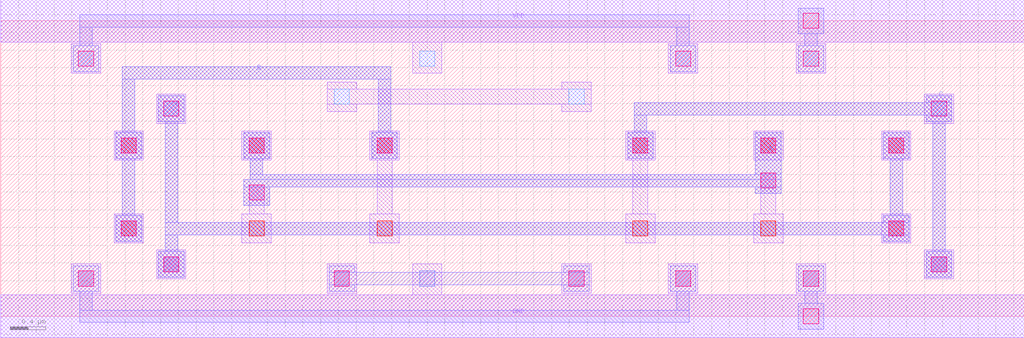
<source format=lef>
MACRO ASYNC3
 CLASS CORE ;
 FOREIGN ASYNC3 0 0 ;
 SIZE 11.52 BY 3.33 ;
 ORIGIN 0 0 ;
 SYMMETRY X Y R90 ;
 SITE unit ;
  PIN VDD
   DIRECTION INOUT ;
   USE POWER ;
   SHAPE ABUTMENT ;
    PORT
     CLASS CORE ;
       LAYER li1 ;
        RECT 0.00000000 3.09000000 11.52000000 3.57000000 ;
    END
  END VDD

  PIN GND
   DIRECTION INOUT ;
   USE POWER ;
   SHAPE ABUTMENT ;
    PORT
     CLASS CORE ;
       LAYER li1 ;
        RECT 0.00000000 -0.24000000 11.52000000 0.24000000 ;
    END
  END GND

  PIN CN
   DIRECTION INOUT ;
   USE SIGNAL ;
   SHAPE ABUTMENT ;
    PORT
     CLASS CORE ;
       LAYER met1 ;
        RECT 1.77500000 0.44000000 2.06500000 0.73000000 ;
        RECT 1.85000000 0.73000000 1.99000000 0.92000000 ;
        RECT 9.93500000 0.84500000 10.22500000 0.92000000 ;
        RECT 1.85000000 0.92000000 10.22500000 1.06000000 ;
        RECT 9.93500000 1.06000000 10.22500000 1.13500000 ;
        RECT 10.01000000 1.13500000 10.15000000 1.78000000 ;
        RECT 9.93500000 1.78000000 10.22500000 2.07000000 ;
        RECT 1.85000000 1.06000000 1.99000000 2.19500000 ;
        RECT 1.77500000 2.19500000 2.06500000 2.48500000 ;
    END
  END CN

  PIN C
   DIRECTION INOUT ;
   USE SIGNAL ;
   SHAPE ABUTMENT ;
    PORT
     CLASS CORE ;
       LAYER met1 ;
        RECT 10.41500000 0.44000000 10.70500000 0.73000000 ;
        RECT 7.05500000 1.78000000 7.34500000 2.07000000 ;
        RECT 10.49000000 0.73000000 10.63000000 2.19500000 ;
        RECT 7.13000000 2.07000000 7.27000000 2.27000000 ;
        RECT 10.41500000 2.19500000 10.70500000 2.27000000 ;
        RECT 7.13000000 2.27000000 10.70500000 2.41000000 ;
        RECT 10.41500000 2.41000000 10.70500000 2.48500000 ;
    END
  END C

  PIN A
   DIRECTION INOUT ;
   USE SIGNAL ;
   SHAPE ABUTMENT ;
    PORT
     CLASS CORE ;
       LAYER met1 ;
        RECT 2.73500000 1.25000000 3.02500000 1.46000000 ;
        RECT 8.49500000 1.38500000 8.78500000 1.46000000 ;
        RECT 2.73500000 1.46000000 8.78500000 1.54000000 ;
        RECT 2.81000000 1.54000000 8.78500000 1.60000000 ;
        RECT 2.81000000 1.60000000 2.95000000 1.78000000 ;
        RECT 2.73500000 1.78000000 3.02500000 2.07000000 ;
        RECT 8.49500000 1.60000000 8.78500000 2.07000000 ;
    END
  END A

  PIN B
   DIRECTION INOUT ;
   USE SIGNAL ;
   SHAPE ABUTMENT ;
    PORT
     CLASS CORE ;
       LAYER met1 ;
        RECT 1.29500000 0.84500000 1.58500000 1.13500000 ;
        RECT 1.37000000 1.13500000 1.51000000 1.78000000 ;
        RECT 1.29500000 1.78000000 1.58500000 2.07000000 ;
        RECT 4.17500000 1.78000000 4.46500000 2.07000000 ;
        RECT 1.37000000 2.07000000 1.51000000 2.67500000 ;
        RECT 4.25000000 2.07000000 4.39000000 2.67500000 ;
        RECT 1.37000000 2.67500000 4.39000000 2.81500000 ;
    END
  END B

 OBS
    LAYER polycont ;
     RECT 1.35500000 0.90500000 1.52500000 1.07500000 ;
     RECT 2.79500000 0.90500000 2.96500000 1.07500000 ;
     RECT 4.23500000 0.90500000 4.40500000 1.07500000 ;
     RECT 7.11500000 0.90500000 7.28500000 1.07500000 ;
     RECT 8.55500000 0.90500000 8.72500000 1.07500000 ;
     RECT 9.99500000 0.90500000 10.16500000 1.07500000 ;
     RECT 1.35500000 1.84000000 1.52500000 2.01000000 ;
     RECT 2.79500000 1.84000000 2.96500000 2.01000000 ;
     RECT 4.23500000 1.84000000 4.40500000 2.01000000 ;
     RECT 7.11500000 1.84000000 7.28500000 2.01000000 ;
     RECT 8.55500000 1.84000000 8.72500000 2.01000000 ;
     RECT 9.99500000 1.84000000 10.16500000 2.01000000 ;

    LAYER pdiffc ;
     RECT 1.83500000 2.25500000 2.00500000 2.42500000 ;
     RECT 10.47500000 2.25500000 10.64500000 2.42500000 ;
     RECT 3.75500000 2.39000000 3.92500000 2.56000000 ;
     RECT 6.39500000 2.39000000 6.56500000 2.56000000 ;
     RECT 0.87500000 2.82000000 1.04500000 2.99000000 ;
     RECT 4.71500000 2.82000000 4.88500000 2.99000000 ;
     RECT 7.59500000 2.82000000 7.76500000 2.99000000 ;
     RECT 9.03500000 2.82000000 9.20500000 2.99000000 ;

    LAYER ndiffc ;
     RECT 0.87500000 0.34000000 1.04500000 0.51000000 ;
     RECT 3.75500000 0.34000000 3.92500000 0.51000000 ;
     RECT 4.71500000 0.34000000 4.88500000 0.51000000 ;
     RECT 6.39500000 0.34000000 6.56500000 0.51000000 ;
     RECT 7.59500000 0.34000000 7.76500000 0.51000000 ;
     RECT 9.03500000 0.34000000 9.20500000 0.51000000 ;
     RECT 1.83500000 0.50000000 2.00500000 0.67000000 ;
     RECT 10.47500000 0.50000000 10.64500000 0.67000000 ;

    LAYER li1 ;
     RECT 0.79500000 0.26000000 1.12500000 0.59000000 ;
     RECT 3.67500000 0.26000000 4.00500000 0.59000000 ;
     RECT 0.00000000 -0.24000000 11.52000000 0.24000000 ;
     RECT 4.63500000 0.24000000 4.96500000 0.59000000 ;
     RECT 6.31500000 0.26000000 6.64500000 0.59000000 ;
     RECT 7.51500000 0.26000000 7.84500000 0.59000000 ;
     RECT 8.95500000 0.26000000 9.28500000 0.59000000 ;
     RECT 1.75500000 0.42000000 2.08500000 0.75000000 ;
     RECT 10.39500000 0.42000000 10.72500000 0.75000000 ;
     RECT 1.27500000 0.82500000 1.60500000 1.15500000 ;
     RECT 9.91500000 0.82500000 10.24500000 1.15500000 ;
     RECT 2.71500000 0.82500000 3.04500000 1.15500000 ;
     RECT 2.79500000 1.15500000 2.96500000 1.48000000 ;
     RECT 8.47500000 0.82500000 8.80500000 1.15500000 ;
     RECT 8.55500000 1.15500000 8.72500000 1.61500000 ;
     RECT 1.27500000 1.76000000 1.60500000 2.09000000 ;
     RECT 2.71500000 1.76000000 3.04500000 2.09000000 ;
     RECT 4.15500000 0.82500000 4.48500000 1.15500000 ;
     RECT 4.23500000 1.15500000 4.40500000 1.76000000 ;
     RECT 4.15500000 1.76000000 4.48500000 2.09000000 ;
     RECT 7.03500000 0.82500000 7.36500000 1.15500000 ;
     RECT 7.11500000 1.15500000 7.28500000 1.76000000 ;
     RECT 7.03500000 1.76000000 7.36500000 2.09000000 ;
     RECT 8.47500000 1.76000000 8.80500000 2.09000000 ;
     RECT 9.91500000 1.76000000 10.24500000 2.09000000 ;
     RECT 1.75500000 2.17500000 2.08500000 2.50500000 ;
     RECT 10.39500000 2.17500000 10.72500000 2.50500000 ;
     RECT 3.67500000 2.31000000 4.00500000 2.39000000 ;
     RECT 6.31500000 2.31000000 6.64500000 2.39000000 ;
     RECT 3.67500000 2.39000000 6.64500000 2.56000000 ;
     RECT 3.67500000 2.56000000 4.00500000 2.64000000 ;
     RECT 6.31500000 2.56000000 6.64500000 2.64000000 ;
     RECT 0.79500000 2.74000000 1.12500000 3.07000000 ;
     RECT 7.51500000 2.74000000 7.84500000 3.07000000 ;
     RECT 8.95500000 2.74000000 9.28500000 3.07000000 ;
     RECT 4.63500000 2.74000000 4.96500000 3.09000000 ;
     RECT 0.00000000 3.09000000 11.52000000 3.57000000 ;

    LAYER viali ;
     RECT 9.03500000 -0.08500000 9.20500000 0.08500000 ;
     RECT 0.87500000 0.34000000 1.04500000 0.51000000 ;
     RECT 3.75500000 0.34000000 3.92500000 0.51000000 ;
     RECT 6.39500000 0.34000000 6.56500000 0.51000000 ;
     RECT 7.59500000 0.34000000 7.76500000 0.51000000 ;
     RECT 9.03500000 0.34000000 9.20500000 0.51000000 ;
     RECT 1.83500000 0.50000000 2.00500000 0.67000000 ;
     RECT 10.47500000 0.50000000 10.64500000 0.67000000 ;
     RECT 1.35500000 0.90500000 1.52500000 1.07500000 ;
     RECT 9.99500000 0.90500000 10.16500000 1.07500000 ;
     RECT 2.79500000 1.31000000 2.96500000 1.48000000 ;
     RECT 8.55500000 1.44500000 8.72500000 1.61500000 ;
     RECT 1.35500000 1.84000000 1.52500000 2.01000000 ;
     RECT 2.79500000 1.84000000 2.96500000 2.01000000 ;
     RECT 4.23500000 1.84000000 4.40500000 2.01000000 ;
     RECT 7.11500000 1.84000000 7.28500000 2.01000000 ;
     RECT 8.55500000 1.84000000 8.72500000 2.01000000 ;
     RECT 9.99500000 1.84000000 10.16500000 2.01000000 ;
     RECT 1.83500000 2.25500000 2.00500000 2.42500000 ;
     RECT 10.47500000 2.25500000 10.64500000 2.42500000 ;
     RECT 0.87500000 2.82000000 1.04500000 2.99000000 ;
     RECT 7.59500000 2.82000000 7.76500000 2.99000000 ;
     RECT 9.03500000 2.82000000 9.20500000 2.99000000 ;
     RECT 9.03500000 3.24500000 9.20500000 3.41500000 ;

    LAYER met1 ;
     RECT 3.69500000 0.28000000 3.98500000 0.35500000 ;
     RECT 6.33500000 0.28000000 6.62500000 0.35500000 ;
     RECT 3.69500000 0.35500000 6.62500000 0.49500000 ;
     RECT 3.69500000 0.49500000 3.98500000 0.57000000 ;
     RECT 6.33500000 0.49500000 6.62500000 0.57000000 ;
     RECT 0.89000000 -0.07000000 7.75000000 0.07000000 ;
     RECT 0.89000000 0.07000000 1.03000000 0.28000000 ;
     RECT 7.61000000 0.07000000 7.75000000 0.28000000 ;
     RECT 0.81500000 0.28000000 1.10500000 0.57000000 ;
     RECT 7.53500000 0.28000000 7.82500000 0.57000000 ;
     RECT 8.97500000 -0.14500000 9.26500000 0.14500000 ;
     RECT 9.05000000 0.14500000 9.19000000 0.28000000 ;
     RECT 8.97500000 0.28000000 9.26500000 0.57000000 ;
     RECT 2.73500000 1.25000000 3.02500000 1.46000000 ;
     RECT 8.49500000 1.38500000 8.78500000 1.46000000 ;
     RECT 2.73500000 1.46000000 8.78500000 1.54000000 ;
     RECT 2.81000000 1.54000000 8.78500000 1.60000000 ;
     RECT 2.81000000 1.60000000 2.95000000 1.78000000 ;
     RECT 2.73500000 1.78000000 3.02500000 2.07000000 ;
     RECT 8.49500000 1.60000000 8.78500000 2.07000000 ;
     RECT 1.77500000 0.44000000 2.06500000 0.73000000 ;
     RECT 1.85000000 0.73000000 1.99000000 0.92000000 ;
     RECT 9.93500000 0.84500000 10.22500000 0.92000000 ;
     RECT 1.85000000 0.92000000 10.22500000 1.06000000 ;
     RECT 9.93500000 1.06000000 10.22500000 1.13500000 ;
     RECT 10.01000000 1.13500000 10.15000000 1.78000000 ;
     RECT 9.93500000 1.78000000 10.22500000 2.07000000 ;
     RECT 1.85000000 1.06000000 1.99000000 2.19500000 ;
     RECT 1.77500000 2.19500000 2.06500000 2.48500000 ;
     RECT 10.41500000 0.44000000 10.70500000 0.73000000 ;
     RECT 7.05500000 1.78000000 7.34500000 2.07000000 ;
     RECT 10.49000000 0.73000000 10.63000000 2.19500000 ;
     RECT 7.13000000 2.07000000 7.27000000 2.27000000 ;
     RECT 10.41500000 2.19500000 10.70500000 2.27000000 ;
     RECT 7.13000000 2.27000000 10.70500000 2.41000000 ;
     RECT 10.41500000 2.41000000 10.70500000 2.48500000 ;
     RECT 1.29500000 0.84500000 1.58500000 1.13500000 ;
     RECT 1.37000000 1.13500000 1.51000000 1.78000000 ;
     RECT 1.29500000 1.78000000 1.58500000 2.07000000 ;
     RECT 4.17500000 1.78000000 4.46500000 2.07000000 ;
     RECT 1.37000000 2.07000000 1.51000000 2.67500000 ;
     RECT 4.25000000 2.07000000 4.39000000 2.67500000 ;
     RECT 1.37000000 2.67500000 4.39000000 2.81500000 ;
     RECT 0.81500000 2.76000000 1.10500000 3.05000000 ;
     RECT 7.53500000 2.76000000 7.82500000 3.05000000 ;
     RECT 0.89000000 3.05000000 1.03000000 3.26000000 ;
     RECT 7.61000000 3.05000000 7.75000000 3.26000000 ;
     RECT 0.89000000 3.26000000 7.75000000 3.40000000 ;
     RECT 8.97500000 2.76000000 9.26500000 3.05000000 ;
     RECT 9.05000000 3.05000000 9.19000000 3.18500000 ;
     RECT 8.97500000 3.18500000 9.26500000 3.47500000 ;

 END
END ASYNC3

</source>
